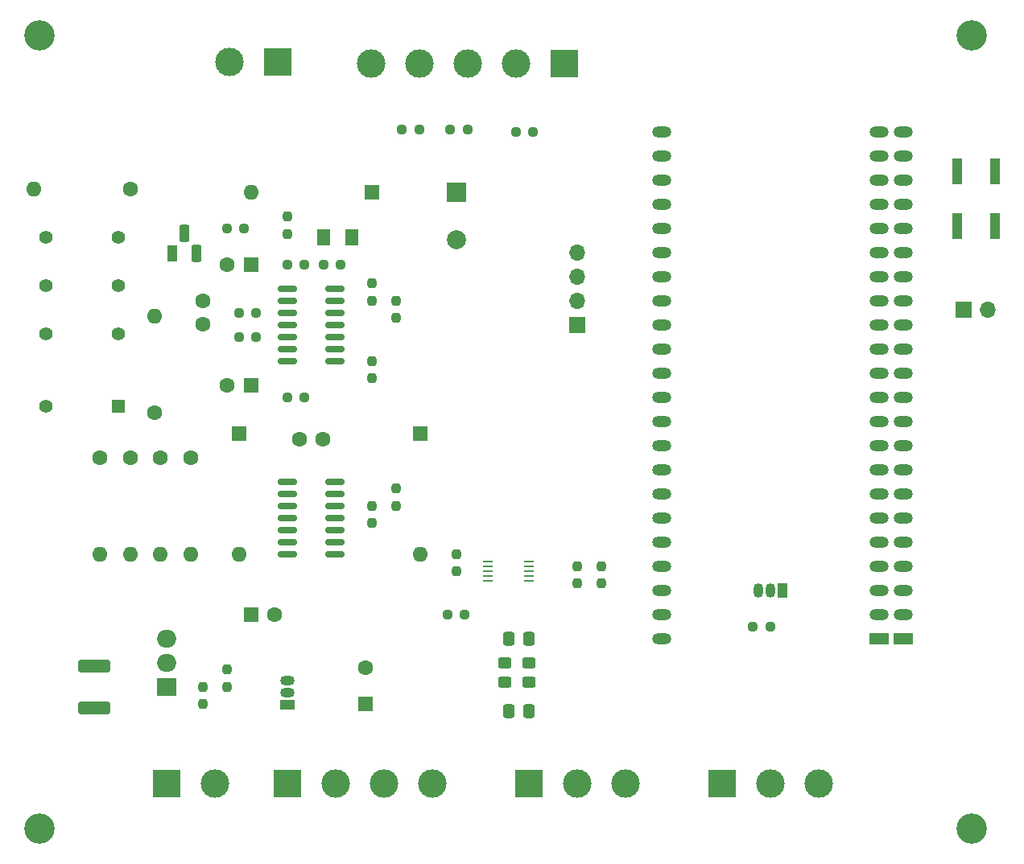
<source format=gts>
G04 #@! TF.GenerationSoftware,KiCad,Pcbnew,8.0.3*
G04 #@! TF.CreationDate,2024-08-20T11:31:22+02:00*
G04 #@! TF.ProjectId,hydrocontroller_schematic,68796472-6f63-46f6-9e74-726f6c6c6572,rev?*
G04 #@! TF.SameCoordinates,Original*
G04 #@! TF.FileFunction,Soldermask,Top*
G04 #@! TF.FilePolarity,Negative*
%FSLAX46Y46*%
G04 Gerber Fmt 4.6, Leading zero omitted, Abs format (unit mm)*
G04 Created by KiCad (PCBNEW 8.0.3) date 2024-08-20 11:31:22*
%MOMM*%
%LPD*%
G01*
G04 APERTURE LIST*
G04 Aperture macros list*
%AMRoundRect*
0 Rectangle with rounded corners*
0 $1 Rounding radius*
0 $2 $3 $4 $5 $6 $7 $8 $9 X,Y pos of 4 corners*
0 Add a 4 corners polygon primitive as box body*
4,1,4,$2,$3,$4,$5,$6,$7,$8,$9,$2,$3,0*
0 Add four circle primitives for the rounded corners*
1,1,$1+$1,$2,$3*
1,1,$1+$1,$4,$5*
1,1,$1+$1,$6,$7*
1,1,$1+$1,$8,$9*
0 Add four rect primitives between the rounded corners*
20,1,$1+$1,$2,$3,$4,$5,0*
20,1,$1+$1,$4,$5,$6,$7,0*
20,1,$1+$1,$6,$7,$8,$9,0*
20,1,$1+$1,$8,$9,$2,$3,0*%
G04 Aperture macros list end*
%ADD10RoundRect,0.250001X0.462499X0.624999X-0.462499X0.624999X-0.462499X-0.624999X0.462499X-0.624999X0*%
%ADD11RoundRect,0.237500X-0.250000X-0.237500X0.250000X-0.237500X0.250000X0.237500X-0.250000X0.237500X0*%
%ADD12RoundRect,0.237500X-0.237500X0.250000X-0.237500X-0.250000X0.237500X-0.250000X0.237500X0.250000X0*%
%ADD13R,1.100000X0.250000*%
%ADD14C,1.600000*%
%ADD15RoundRect,0.237500X0.237500X-0.250000X0.237500X0.250000X-0.237500X0.250000X-0.237500X-0.250000X0*%
%ADD16R,1.700000X1.700000*%
%ADD17O,1.700000X1.700000*%
%ADD18R,1.400000X1.400000*%
%ADD19C,1.400000*%
%ADD20O,1.600000X1.600000*%
%ADD21RoundRect,0.237500X0.250000X0.237500X-0.250000X0.237500X-0.250000X-0.237500X0.250000X-0.237500X0*%
%ADD22R,3.000000X3.000000*%
%ADD23C,3.000000*%
%ADD24R,1.600000X1.600000*%
%ADD25R,1.000000X2.750000*%
%ADD26C,3.200000*%
%ADD27RoundRect,0.150000X-0.825000X-0.150000X0.825000X-0.150000X0.825000X0.150000X-0.825000X0.150000X0*%
%ADD28R,2.000000X2.000000*%
%ADD29C,2.000000*%
%ADD30RoundRect,0.250000X0.337500X0.475000X-0.337500X0.475000X-0.337500X-0.475000X0.337500X-0.475000X0*%
%ADD31R,2.000000X1.905000*%
%ADD32O,2.000000X1.905000*%
%ADD33R,1.100000X1.800000*%
%ADD34RoundRect,0.275000X-0.275000X-0.625000X0.275000X-0.625000X0.275000X0.625000X-0.275000X0.625000X0*%
%ADD35RoundRect,0.250000X-0.450000X0.325000X-0.450000X-0.325000X0.450000X-0.325000X0.450000X0.325000X0*%
%ADD36RoundRect,0.250000X1.450000X-0.400000X1.450000X0.400000X-1.450000X0.400000X-1.450000X-0.400000X0*%
%ADD37R,1.500000X1.050000*%
%ADD38O,1.500000X1.050000*%
%ADD39R,2.000000X1.200000*%
%ADD40O,2.000000X1.200000*%
%ADD41R,1.050000X1.500000*%
%ADD42O,1.050000X1.500000*%
G04 APERTURE END LIST*
D10*
X93780000Y-57198674D03*
X90805000Y-57198674D03*
D11*
X90805000Y-60053674D03*
X92630000Y-60053674D03*
D12*
X78105000Y-104503674D03*
X78105000Y-106328674D03*
D13*
X108095000Y-91303674D03*
X108095000Y-91803674D03*
X108095000Y-92303674D03*
X108095000Y-92803674D03*
X108095000Y-93303674D03*
X112395000Y-93303674D03*
X112395000Y-92803674D03*
X112395000Y-92303674D03*
X112395000Y-91803674D03*
X112395000Y-91303674D03*
D14*
X78105000Y-66363674D03*
X78105000Y-63863674D03*
D15*
X95885000Y-87278674D03*
X95885000Y-85453674D03*
D16*
X117475000Y-66403674D03*
D17*
X117475000Y-63863674D03*
X117475000Y-61323674D03*
X117475000Y-58783674D03*
D18*
X69215000Y-74978674D03*
D19*
X69215000Y-67358674D03*
X69215000Y-62278674D03*
X69215000Y-57198674D03*
X61595000Y-57198674D03*
X61595000Y-62278674D03*
X61595000Y-67358674D03*
X61595000Y-74978674D03*
D14*
X67310000Y-80373674D03*
D20*
X67310000Y-90533674D03*
D21*
X82470000Y-56243674D03*
X80645000Y-56243674D03*
D11*
X86995000Y-74023674D03*
X88820000Y-74023674D03*
D22*
X86026000Y-38735000D03*
D23*
X80946000Y-38735000D03*
D24*
X83185000Y-96883674D03*
D14*
X85685000Y-96883674D03*
X88265000Y-78468674D03*
X90765000Y-78468674D03*
D25*
X161480000Y-50213674D03*
X161480000Y-55963674D03*
X157480000Y-50213674D03*
X157480000Y-55963674D03*
D26*
X60960000Y-119380000D03*
D22*
X86995000Y-114663674D03*
D23*
X92075000Y-114663674D03*
X97155000Y-114663674D03*
X102235000Y-114663674D03*
D11*
X135970000Y-98153674D03*
X137795000Y-98153674D03*
X111045000Y-46124500D03*
X112870000Y-46124500D03*
D14*
X70485000Y-52118674D03*
D20*
X60325000Y-52118674D03*
D22*
X74295000Y-114663674D03*
D23*
X79375000Y-114663674D03*
D22*
X132715000Y-114663674D03*
D23*
X137795000Y-114663674D03*
X142875000Y-114663674D03*
D15*
X98425000Y-65688674D03*
X98425000Y-63863674D03*
D27*
X87060000Y-82913674D03*
X87060000Y-84183674D03*
X87060000Y-85453674D03*
X87060000Y-86723674D03*
X87060000Y-87993674D03*
X87060000Y-89263674D03*
X87060000Y-90533674D03*
X92010000Y-90533674D03*
X92010000Y-89263674D03*
X92010000Y-87993674D03*
X92010000Y-86723674D03*
X92010000Y-85453674D03*
X92010000Y-84183674D03*
X92010000Y-82913674D03*
D24*
X83185000Y-60053674D03*
D14*
X80685000Y-60053674D03*
D24*
X83185000Y-72753674D03*
D14*
X80685000Y-72753674D03*
D28*
X104775000Y-52433674D03*
D29*
X104775000Y-57433674D03*
D15*
X120015000Y-93628674D03*
X120015000Y-91803674D03*
X95885000Y-63863674D03*
X95885000Y-62038674D03*
D11*
X81915000Y-65133674D03*
X83740000Y-65133674D03*
X99060000Y-45847000D03*
X100885000Y-45847000D03*
D26*
X158960000Y-119380000D03*
D24*
X81915000Y-77833674D03*
D20*
X81915000Y-90533674D03*
D14*
X70485000Y-80373674D03*
D20*
X70485000Y-90533674D03*
D11*
X81915000Y-67673674D03*
X83740000Y-67673674D03*
D30*
X112395000Y-99423674D03*
X110320000Y-99423674D03*
D24*
X95885000Y-52433674D03*
D20*
X83185000Y-52433674D03*
D31*
X74295000Y-104503674D03*
D32*
X74295000Y-101963674D03*
X74295000Y-99423674D03*
D24*
X95250000Y-106306325D03*
D14*
X95250000Y-102506325D03*
D12*
X80645000Y-102678674D03*
X80645000Y-104503674D03*
D21*
X105965000Y-45847000D03*
X104140000Y-45847000D03*
D30*
X112395000Y-107043674D03*
X110320000Y-107043674D03*
D33*
X74930000Y-58868674D03*
D34*
X76200000Y-56798674D03*
X77470000Y-58868674D03*
D24*
X100965000Y-77833674D03*
D20*
X100965000Y-90533674D03*
D35*
X109855000Y-101963674D03*
X109855000Y-104013674D03*
D22*
X112395000Y-114663674D03*
D23*
X117475000Y-114663674D03*
X122555000Y-114663674D03*
D36*
X66675000Y-106728674D03*
X66675000Y-102278674D03*
D14*
X73660000Y-80373674D03*
D20*
X73660000Y-90533674D03*
D26*
X158960000Y-35980000D03*
D16*
X158115000Y-64818674D03*
D17*
X160655000Y-64818674D03*
D22*
X116125000Y-38862000D03*
D23*
X111045000Y-38862000D03*
X105965000Y-38862000D03*
X100885000Y-38862000D03*
X95805000Y-38862000D03*
D12*
X104775000Y-90533674D03*
X104775000Y-92358674D03*
X86995000Y-55016174D03*
X86995000Y-56841174D03*
D15*
X117475000Y-93628674D03*
X117475000Y-91803674D03*
X98425000Y-85453674D03*
X98425000Y-83628674D03*
D14*
X73025000Y-75613674D03*
D20*
X73025000Y-65453674D03*
D11*
X86995000Y-60053674D03*
X88820000Y-60053674D03*
D35*
X112395000Y-101963674D03*
X112395000Y-104013674D03*
D37*
X86995000Y-106408674D03*
D38*
X86995000Y-105138674D03*
X86995000Y-103868674D03*
D27*
X87060000Y-62593674D03*
X87060000Y-63863674D03*
X87060000Y-65133674D03*
X87060000Y-66403674D03*
X87060000Y-67673674D03*
X87060000Y-68943674D03*
X87060000Y-70213674D03*
X92010000Y-70213674D03*
X92010000Y-68943674D03*
X92010000Y-67673674D03*
X92010000Y-66403674D03*
X92010000Y-65133674D03*
X92010000Y-63863674D03*
X92010000Y-62593674D03*
D14*
X76835000Y-80373674D03*
D20*
X76835000Y-90533674D03*
D21*
X105687500Y-96883674D03*
X103862500Y-96883674D03*
D26*
X60960000Y-35980000D03*
D39*
X151765000Y-99423674D03*
X149265000Y-99423674D03*
D40*
X151765000Y-96883674D03*
X149265000Y-96883674D03*
X151765000Y-94343674D03*
X149265000Y-94343674D03*
X151765000Y-91803674D03*
X149265000Y-91803674D03*
X151765000Y-89263674D03*
X149265000Y-89263674D03*
X151765000Y-86723674D03*
X149265000Y-86723674D03*
X151765000Y-84183674D03*
X149265000Y-84183674D03*
X151765000Y-81643674D03*
X149265000Y-81643674D03*
X151765000Y-79103674D03*
X149265000Y-79103674D03*
X151765000Y-76563674D03*
X149265000Y-76563674D03*
X151765000Y-74023674D03*
X149265000Y-74023674D03*
X151765000Y-71483674D03*
X149265000Y-71483674D03*
X151765000Y-68943674D03*
X149265000Y-68943674D03*
X151765000Y-66403674D03*
X149265000Y-66403674D03*
X151765000Y-63863674D03*
X149265000Y-63863674D03*
X151765000Y-61323674D03*
X149265000Y-61323674D03*
X151765000Y-58783674D03*
X149265000Y-58783674D03*
X151765000Y-56243674D03*
X149265000Y-56243674D03*
X151765000Y-53703674D03*
X149265000Y-53703674D03*
X151768680Y-51166394D03*
X149268680Y-51166394D03*
X151768680Y-48626394D03*
X149268680Y-48626394D03*
X151768680Y-46086394D03*
X149268680Y-46086394D03*
X126365000Y-46083674D03*
X126365000Y-48623674D03*
X126365000Y-51163674D03*
X126365000Y-53703674D03*
X126365000Y-56243674D03*
X126365000Y-58783674D03*
X126365000Y-61323674D03*
X126365000Y-63863674D03*
X126365000Y-66403674D03*
X126365000Y-68943674D03*
X126365000Y-71483674D03*
X126365000Y-74023674D03*
X126365000Y-76563674D03*
X126365000Y-79103674D03*
X126365000Y-81643674D03*
X126365000Y-84183674D03*
X126365000Y-86723674D03*
X126365000Y-89263674D03*
X126365000Y-91803674D03*
X126365000Y-94343674D03*
X126365000Y-96883674D03*
X126365000Y-99423674D03*
D12*
X95885000Y-70213674D03*
X95885000Y-72038674D03*
D41*
X139065000Y-94343674D03*
D42*
X137795000Y-94343674D03*
X136525000Y-94343674D03*
M02*

</source>
